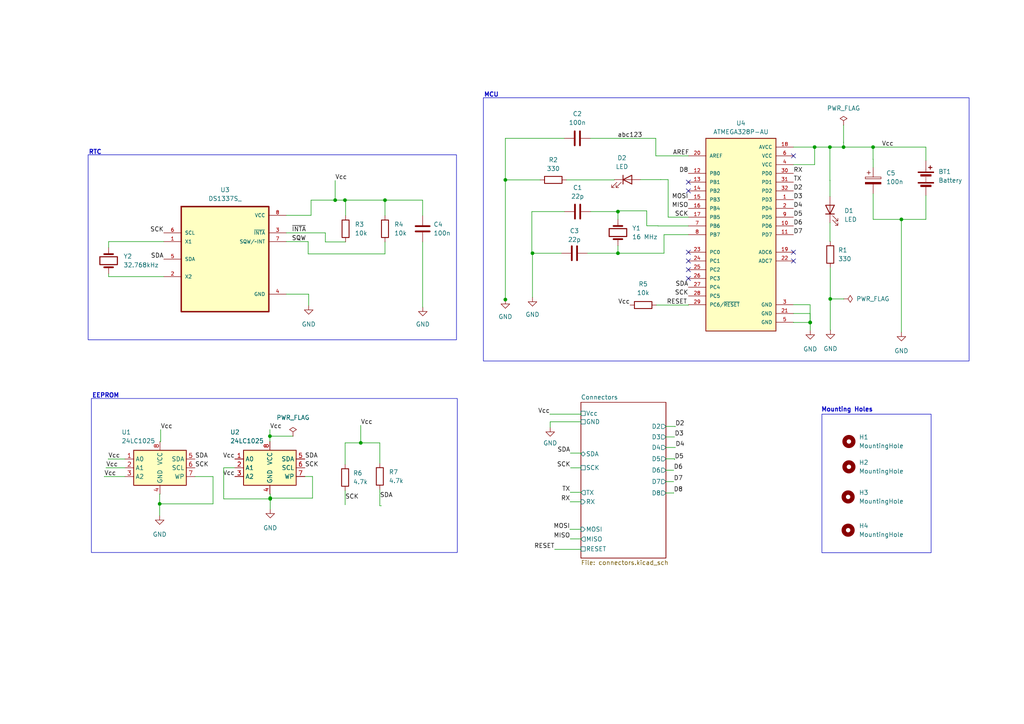
<source format=kicad_sch>
(kicad_sch (version 20230121) (generator eeschema)
  (paper "A4")
  (title_block (title "${project_name}") (date "2024-06-05") (rev "1"))
  (lib_symbols
    (symbol "ATMEGA328P-AU:ATMEGA328P-AU" (pin_names (offset 1.016))
      (property "Reference" "U4" (at 0 32.3444 0))
      (property "Value" "ATMEGA328P-AU" (at 0 29.8044 0))
      (symbol "ATMEGA328P-AU_0_0"
        (rectangle (start -10.16 -27.94) (end 10.16 27.94) (stroke (width 0.254)) (fill (type background)))
        (pin bidirectional line (at 15.24 10.16 180) (length 5.08) (name "PD3") (number "1"))
        (pin bidirectional line (at 15.24 2.54 180) (length 5.08) (name "PD6") (number "10"))
        (pin bidirectional line (at 15.24 0 180) (length 5.08) (name "PD7") (number "11"))
        (pin bidirectional line (at -15.24 17.78 0) (length 5.08) (name "PB0") (number "12"))
        (pin bidirectional line (at -15.24 15.24 0) (length 5.08) (name "PB1") (number "13"))
        (pin bidirectional line (at -15.24 12.7 0) (length 5.08) (name "PB2") (number "14"))
        (pin bidirectional line (at -15.24 10.16 0) (length 5.08) (name "PB3") (number "15"))
        (pin bidirectional line (at -15.24 7.62 0) (length 5.08) (name "PB4") (number "16"))
        (pin bidirectional line (at -15.24 5.08 0) (length 5.08) (name "PB5") (number "17"))
        (pin power_in line (at 15.24 25.4 180) (length 5.08) (name "AVCC") (number "18"))
        (pin bidirectional line (at 15.24 -5.08 180) (length 5.08) (name "ADC6") (number "19"))
        (pin bidirectional line (at 15.24 7.62 180) (length 5.08) (name "PD4") (number "2"))
        (pin power_in line (at 15.24 -22.86 180) (length 5.08) (name "GND") (number "21"))
        (pin bidirectional line (at 15.24 -7.62 180) (length 5.08) (name "ADC7") (number "22"))
        (pin bidirectional line (at -15.24 -5.08 0) (length 5.08) (name "PC0") (number "23"))
        (pin bidirectional line (at -15.24 -7.62 0) (length 5.08) (name "PC1") (number "24"))
        (pin bidirectional line (at -15.24 -10.16 0) (length 5.08) (name "PC2") (number "25"))
        (pin bidirectional line (at -15.24 -12.7 0) (length 5.08) (name "PC3") (number "26"))
        (pin bidirectional line (at -15.24 -15.24 0) (length 5.08) (name "PC4") (number "27"))
        (pin bidirectional line (at -15.24 -17.78 0) (length 5.08) (name "PC5") (number "28"))
        (pin bidirectional line (at -15.24 -20.32 0) (length 5.08) (name "PC6/~{RESET}") (number "29"))
        (pin power_in line (at 15.24 -20.32 180) (length 5.08) (name "GND") (number "3"))
        (pin bidirectional line (at 15.24 17.78 180) (length 5.08) (name "PD0") (number "30"))
        (pin bidirectional line (at 15.24 15.24 180) (length 5.08) (name "PD1") (number "31"))
        (pin bidirectional line (at 15.24 12.7 180) (length 5.08) (name "PD2") (number "32"))
        (pin power_in line (at 15.24 20.32 180) (length 5.08) (name "VCC") (number "4"))
        (pin power_in line (at 15.24 -25.4 180) (length 5.08) (name "GND") (number "5"))
        (pin power_in line (at 15.24 22.86 180) (length 5.08) (name "VCC") (number "6"))
        (pin bidirectional line (at -15.24 2.54 0) (length 5.08) (name "PB6") (number "7"))
        (pin bidirectional line (at -15.24 0 0) (length 5.08) (name "PB7") (number "8"))
        (pin bidirectional line (at 15.24 5.08 180) (length 5.08) (name "PD5") (number "9"))
      )
      (symbol "ATMEGA328P-AU_1_0"
        (pin input line (at -15.24 22.86 0) (length 5.08) (name "AREF") (number "20"))
      )
    )
    (symbol "DS1337S_:DS1337S_" (pin_names (offset 1.016))
      (property "Reference" "U" (at -12.7 16.24 0))
      (property "Value" "DS1337S_" (at -12.7 -19.24 0))
      (symbol "DS1337S__0_0"
        (rectangle (start -12.7 -15.24) (end 12.7 15.24) (stroke (width 0.41)) (fill (type background)))
        (pin input line (at -17.78 5.08 0) (length 5.08) (name "X1") (number "1"))
        (pin bidirectional line (at -17.78 -5.08 0) (length 5.08) (name "X2") (number "2"))
        (pin output line (at 17.78 7.62 180) (length 5.08) (name "~{INTA}") (number "3"))
        (pin power_in line (at 17.78 -10.16 180) (length 5.08) (name "GND") (number "4"))
        (pin bidirectional line (at -17.78 0 0) (length 5.08) (name "SDA") (number "5"))
        (pin input line (at -17.78 7.62 0) (length 5.08) (name "SCL") (number "6"))
        (pin output line (at 17.78 5.08 180) (length 5.08) (name "SQW/~INT") (number "7"))
        (pin power_in line (at 17.78 12.7 180) (length 5.08) (name "VCC") (number "8"))
      )
    )
    (symbol "Device:Battery" (pin_numbers hide) (pin_names (offset 0) hide)
      (property "Reference" "BT" (at 2.54 2.54 0))
      (property "Value" "Battery" (at 2.54 0 0))
      (symbol "Battery_0_1"
        (rectangle (start -2.286 -1.27) (end 2.286 -1.524) (fill (type outline)))
        (rectangle (start -2.286 1.778) (end 2.286 1.524) (fill (type outline)))
        (rectangle (start -1.524 -2.032) (end 1.524 -2.54) (fill (type outline)))
        (rectangle (start -1.524 1.016) (end 1.524 0.508) (fill (type outline)))
        (polyline (pts (xy 0 -1.016) (xy 0 -0.762)))
        (polyline (pts (xy 0 -0.508) (xy 0 -0.254)))
        (polyline (pts (xy 0 0) (xy 0 0.254)))
        (polyline (pts (xy 0 1.778) (xy 0 2.54)))
        (polyline (pts (xy 0.762 3.048) (xy 1.778 3.048)) (stroke (width 0.254)))
        (polyline (pts (xy 1.27 3.556) (xy 1.27 2.54)) (stroke (width 0.254)))
      )
      (symbol "Battery_1_1"
        (pin passive line (at 0 5.08 270) (length 2.54) (name "+") (number "1"))
        (pin passive line (at 0 -5.08 90) (length 2.54) (name "-") (number "2"))
      )
    )
    (symbol "Device:C" (pin_numbers hide) (pin_names (offset 0.254))
      (property "Reference" "C" (at 0.635 2.54 0))
      (property "Value" "C" (at 0.635 -2.54 0))
      (symbol "C_0_1"
        (polyline (pts (xy -2.032 -0.762) (xy 2.032 -0.762)) (stroke (width 0.508)))
        (polyline (pts (xy -2.032 0.762) (xy 2.032 0.762)) (stroke (width 0.508)))
      )
      (symbol "C_1_1"
        (pin passive line (at 0 3.81 270) (length 2.794) (name "~") (number "1"))
        (pin passive line (at 0 -3.81 90) (length 2.794) (name "~") (number "2"))
      )
    )
    (symbol "Device:C_Polarized" (pin_numbers hide) (pin_names (offset 0.254))
      (property "Reference" "C" (at 0.635 2.54 0))
      (property "Value" "C_Polarized" (at 0.635 -2.54 0))
      (symbol "C_Polarized_0_1"
        (rectangle (start -2.286 0.508) (end 2.286 1.016))
        (polyline (pts (xy -1.778 2.286) (xy -0.762 2.286)))
        (polyline (pts (xy -1.27 2.794) (xy -1.27 1.778)))
        (rectangle (start 2.286 -0.508) (end -2.286 -1.016) (fill (type outline)))
      )
      (symbol "C_Polarized_1_1"
        (pin passive line (at 0 3.81 270) (length 2.794) (name "~") (number "1"))
        (pin passive line (at 0 -3.81 90) (length 2.794) (name "~") (number "2"))
      )
    )
    (symbol "Device:Crystal" (pin_numbers hide) (pin_names (offset 1.016) hide)
      (property "Reference" "Y" (at 0 3.81 0))
      (property "Value" "Crystal" (at 0 -3.81 0))
      (symbol "Crystal_0_1"
        (rectangle (start -1.143 2.54) (end 1.143 -2.54) (stroke (width 0.3048)))
        (polyline (pts (xy -2.54 0) (xy -1.905 0)))
        (polyline (pts (xy -1.905 -1.27) (xy -1.905 1.27)) (stroke (width 0.508)))
        (polyline (pts (xy 1.905 -1.27) (xy 1.905 1.27)) (stroke (width 0.508)))
        (polyline (pts (xy 2.54 0) (xy 1.905 0)))
      )
      (symbol "Crystal_1_1"
        (pin passive line (at -3.81 0 0) (length 1.27) (name "1") (number "1"))
        (pin passive line (at 3.81 0 180) (length 1.27) (name "2") (number "2"))
      )
    )
    (symbol "Device:LED" (pin_numbers hide) (pin_names (offset 1.016) hide)
      (property "Reference" "D" (at 0 2.54 0))
      (property "Value" "LED" (at 0 -2.54 0))
      (symbol "LED_0_1"
        (polyline (pts (xy -1.27 -1.27) (xy -1.27 1.27)) (stroke (width 0.254)))
        (polyline (pts (xy -1.27 0) (xy 1.27 0)))
        (polyline (pts (xy 1.27 -1.27) (xy 1.27 1.27) (xy -1.27 0) (xy 1.27 -1.27)) (stroke (width 0.254)))
        (polyline (pts (xy -3.048 -0.762) (xy -4.572 -2.286) (xy -3.81 -2.286) (xy -4.572 -2.286) (xy -4.572 -1.524)))
        (polyline (pts (xy -1.778 -0.762) (xy -3.302 -2.286) (xy -2.54 -2.286) (xy -3.302 -2.286) (xy -3.302 -1.524)))
      )
      (symbol "LED_1_1"
        (pin passive line (at -3.81 0 0) (length 2.54) (name "K") (number "1"))
        (pin passive line (at 3.81 0 180) (length 2.54) (name "A") (number "2"))
      )
    )
    (symbol "Device:R" (pin_numbers hide) (pin_names (offset 0))
      (property "Reference" "R" (at 2.032 0 90))
      (property "Value" "R" (at 0 0 90))
      (symbol "R_0_1"
        (rectangle (start -1.016 -2.54) (end 1.016 2.54) (stroke (width 0.254)))
      )
      (symbol "R_1_1"
        (pin passive line (at 0 3.81 270) (length 1.27) (name "~") (number "1"))
        (pin passive line (at 0 -3.81 90) (length 1.27) (name "~") (number "2"))
      )
    )
    (symbol "Mechanical:MountingHole" (pin_names (offset 1.016))
      (property "Reference" "H" (at 0 5.08 0))
      (property "Value" "MountingHole" (at 0 3.175 0))
      (symbol "MountingHole_0_1"
        (circle (center 0 0) (radius 1.27) (stroke (width 1.27)))
      )
    )
    (symbol "Memory_EEPROM:24LC1025"
      (property "Reference" "U" (at -6.35 6.35 0))
      (property "Value" "24LC1025" (at 1.27 6.35 0))
      (symbol "24LC1025_1_1"
        (rectangle (start -7.62 5.08) (end 7.62 -5.08) (stroke (width 0.254)) (fill (type background)))
        (pin input line (at -10.16 2.54 0) (length 2.54) (name "A0") (number "1"))
        (pin input line (at -10.16 0 0) (length 2.54) (name "A1") (number "2"))
        (pin input line (at -10.16 -2.54 0) (length 2.54) (name "A2") (number "3"))
        (pin power_in line (at 0 -7.62 90) (length 2.54) (name "GND") (number "4"))
        (pin bidirectional line (at 10.16 2.54 180) (length 2.54) (name "SDA") (number "5"))
        (pin input line (at 10.16 0 180) (length 2.54) (name "SCL") (number "6"))
        (pin input line (at 10.16 -2.54 180) (length 2.54) (name "WP") (number "7"))
        (pin power_in line (at 0 7.62 270) (length 2.54) (name "VCC") (number "8"))
      )
    )
    (symbol "power:GND" (power) (pin_names (offset 0))
      (property "Value" "GND" (at 0 -3.81 0))
      (symbol "GND_0_1"
        (polyline (pts (xy 0 0) (xy 0 -1.27) (xy 1.27 -1.27) (xy 0 -2.54) (xy -1.27 -1.27) (xy 0 -1.27)))
      )
      (symbol "GND_1_1"
        (pin power_in line (at 0 0 270) (length 0) hide (name "GND") (number "1"))
      )
    )
    (symbol "power:PWR_FLAG" (power) (pin_numbers hide) (pin_names (offset 0) hide)
      (property "Value" "PWR_FLAG" (at 0 3.81 0))
      (symbol "PWR_FLAG_0_0"
        (pin power_out line (at 0 0 90) (length 0) (name "pwr") (number "1"))
      )
      (symbol "PWR_FLAG_0_1"
        (polyline (pts (xy 0 0) (xy 0 1.27) (xy -1.016 1.905) (xy 0 2.54) (xy 1.016 1.905) (xy 0 1.27)))
      )
    )
  )
  (junction (at 104.6347 128.4498))
  (junction (at 78.2866 126.5034))
  (junction (at 261.4417 63.6331))
  (junction (at 146.5784 52.1795))
  (junction (at 46.3073 146.1385))
  (junction (at 236.2736 42.666))
  (junction (at 78.3753 144.4798))
  (junction (at 179.2296 73.4438))
  (junction (at 244.6716 42.666))
  (junction (at 235.0023 93.5312))
  (junction (at 179.2296 61.3723))
  (junction (at 100.0523 58.0501))
  (junction (at 78.3753 144.7009))
  (junction (at 154.4415 73.4438))
  (junction (at 253.2251 42.666))
  (junction (at 234.9653 93.5312))
  (junction (at 240.8066 86.7064))
  (junction (at 146.5784 86.889))
  (junction (at 97.211 58.0501))
  (junction (at 240.7081 42.666))
  (junction (at 111.6614 58.0501))
  (no_connect (at 199.6547 52.826))
  (no_connect (at 199.6547 78.226))
  (no_connect (at 199.6547 75.686))
  (no_connect (at 199.6547 80.766))
  (no_connect (at 199.6547 55.366))
  (no_connect (at 199.6547 73.146))
  (no_connect (at 230.1347 75.686))
  (no_connect (at 230.1347 45.206))
  (no_connect (at 230.1347 73.146))
  (wire (pts (xy 165.4201 131.4211) (xy 168.4831 131.4211)))
  (wire (pts (xy 104.6347 123.3632) (xy 104.6347 128.4498)))
  (wire (pts (xy 154.4415 73.4438) (xy 162.7952 73.4438)))
  (wire (pts (xy 168.4831 142.7882) (xy 168.4831 142.8799)))
  (wire (pts (xy 31.5041 70.0771) (xy 31.5041 71.8022)))
  (wire (pts (xy 64.8846 144.7009) (xy 78.3753 144.7009)))
  (wire (pts (xy 100.2314 70.1673) (xy 94.3698 70.1673)))
  (wire (pts (xy 68.1119 135.6683) (xy 64.8846 135.6683)))
  (wire (pts (xy 236.2736 47.746) (xy 236.2736 42.666)))
  (wire (pts (xy 235.0023 95.8272) (xy 235.0023 93.5312)))
  (wire (pts (xy 168.4831 156.3023) (xy 168.4831 156.3688)))
  (wire (pts (xy 244.6677 41.3005) (xy 244.6716 41.3005)))
  (wire (pts (xy 179.2296 73.4438) (xy 192.5913 73.4438)))
  (wire (pts (xy 179.2296 61.3723) (xy 179.2296 63.6441)))
  (wire (pts (xy 146.5016 86.889) (xy 146.5784 86.889)))
  (wire (pts (xy 31.5041 80.2371) (xy 31.5041 79.4222)))
  (wire (pts (xy 78.2866 126.5034) (xy 78.2866 128.0483)))
  (wire (pts (xy 154.4415 86.2526) (xy 154.4415 73.4438)))
  (wire (pts (xy 230.1347 88.386) (xy 234.9653 88.386)))
  (wire (pts (xy 90.2231 62.4571) (xy 90.2231 58.0501)))
  (wire (pts (xy 89.3784 70.0771) (xy 83.0514 70.0771)))
  (wire (pts (xy 78.3753 144.4798) (xy 78.3753 143.2883)))
  (wire (pts (xy 199.6547 88.4827) (xy 199.6547 88.386)))
  (wire (pts (xy 97.211 52.3675) (xy 97.211 58.0501)))
  (wire (pts (xy 268.5466 42.666) (xy 253.2251 42.666)))
  (wire (pts (xy 193.7892 52.0941) (xy 191.6312 52.0941)))
  (wire (pts (xy 190.2111 40.1239) (xy 171.2592 40.1239)))
  (wire (pts (xy 97.211 58.0501) (xy 100.0523 58.0501)))
  (wire (pts (xy 168.4831 135.6876) (xy 168.4831 135.6605)))
  (wire (pts (xy 46.6027 124.6191) (xy 46.6027 128.062)))
  (wire (pts (xy 165.3774 142.7882) (xy 168.4831 142.7882)))
  (wire (pts (xy 30.2357 138.2413) (xy 30.2357 138.222)))
  (wire (pts (xy 31.3965 133.142) (xy 36.2439 133.142)))
  (wire (pts (xy 111.6614 73.6387) (xy 89.3784 73.6387)))
  (wire (pts (xy 240.7316 70.0072) (xy 240.8066 70.0072)))
  (wire (pts (xy 78.3753 144.7009) (xy 78.3753 144.4798)))
  (wire (pts (xy 30.7714 135.682) (xy 36.2439 135.682)))
  (wire (pts (xy 230.1347 90.926) (xy 235.0023 90.926)))
  (wire (pts (xy 240.8066 86.7064) (xy 240.8066 95.7318)))
  (wire (pts (xy 168.4831 145.5397) (xy 165.3774 145.5397)))
  (wire (pts (xy 168.4831 122.3396) (xy 159.5785 122.3396)))
  (wire (pts (xy 122.5834 58.0501) (xy 122.5834 62.5473)))
  (wire (pts (xy 89.3784 73.6387) (xy 89.3784 70.0771)))
  (wire (pts (xy 78.2866 124.5981) (xy 78.2866 126.5034)))
  (wire (pts (xy 165.3316 153.5191) (xy 165.3316 153.5537)))
  (wire (pts (xy 163.6392 40.1239) (xy 146.5784 40.1239)))
  (wire (pts (xy 111.6614 58.0501) (xy 122.5834 58.0501)))
  (wire (pts (xy 244.6677 36.2813) (xy 244.6677 41.3005)))
  (wire (pts (xy 187.5839 65.4898) (xy 187.5839 61.1518)))
  (wire (pts (xy 230.1347 93.5312) (xy 234.9653 93.5312)))
  (wire (pts (xy 168.4831 159.3416) (xy 168.4831 159.2186)))
  (wire (pts (xy 240.7316 56.9834) (xy 240.7316 52.3448)))
  (wire (pts (xy 100.1012 134.6855) (xy 100.1012 128.4498)))
  (wire (pts (xy 61.7884 138.222) (xy 61.7884 146.1385)))
  (wire (pts (xy 193.1485 123.6846) (xy 195.8559 123.6846)))
  (wire (pts (xy 46.3073 146.1385) (xy 46.3073 143.302)))
  (wire (pts (xy 46.6027 128.062) (xy 46.4039 128.062)))
  (wire (pts (xy 30.7714 135.6874) (xy 30.7714 135.682)))
  (wire (pts (xy 146.5784 52.1795) (xy 146.5784 86.889)))
  (wire (pts (xy 61.7884 146.1385) (xy 46.3073 146.1385)))
  (wire (pts (xy 190.8622 65.4898) (xy 190.8622 65.526)))
  (wire (pts (xy 111.6614 70.1673) (xy 111.6614 73.6387)))
  (wire (pts (xy 253.2498 46.2015) (xy 253.2251 46.2015)))
  (wire (pts (xy 159.5785 122.3396) (xy 159.5785 123.9974)))
  (wire (pts (xy 104.6347 128.4498) (xy 110.1636 128.4498)))
  (wire (pts (xy 168.4831 120.1238) (xy 168.4831 119.8918)))
  (wire (pts (xy 78.3753 147.6866) (xy 78.3753 144.7009)))
  (wire (pts (xy 159.514 120.1238) (xy 159.514 120.1547)))
  (wire (pts (xy 253.2498 56.1745) (xy 253.2498 63.6331)))
  (wire (pts (xy 165.3774 156.3023) (xy 168.4831 156.3023)))
  (wire (pts (xy 240.8066 77.6272) (xy 240.8066 86.7064)))
  (wire (pts (xy 78.2866 128.0483) (xy 78.2719 128.0483)))
  (wire (pts (xy 100.0523 58.1269) (xy 100.0523 58.0501)))
  (wire (pts (xy 100.0523 58.0501) (xy 111.6614 58.0501)))
  (wire (pts (xy 88.4319 138.2083) (xy 90.6495 138.2083)))
  (wire (pts (xy 268.5466 46.5473) (xy 268.5466 42.666)))
  (wire (pts (xy 90.6495 144.4798) (xy 78.3753 144.4798)))
  (wire (pts (xy 122.5834 89.0737) (xy 122.6289 89.0737)))
  (wire (pts (xy 240.7316 64.6034) (xy 240.7316 70.0072)))
  (wire (pts (xy 193.1485 133.0826) (xy 195.6548 133.0826)))
  (wire (pts (xy 94.3698 67.5371) (xy 83.0514 67.5371)))
  (wire (pts (xy 168.4831 131.4211) (xy 168.4831 131.6708)))
  (wire (pts (xy 193.7892 52.0941) (xy 193.7892 62.986)))
  (wire (pts (xy 244.7015 86.6881) (xy 244.7015 86.7064)))
  (wire (pts (xy 164.2876 52.1795) (xy 178.1691 52.1795)))
  (wire (pts (xy 261.4417 63.6331) (xy 268.5466 63.6331)))
  (wire (pts (xy 170.4152 73.4438) (xy 179.2296 73.4438)))
  (wire (pts (xy 234.9653 88.386) (xy 234.9653 93.5312)))
  (wire (pts (xy 230.1347 47.746) (xy 236.2736 47.746)))
  (wire (pts (xy 168.4831 153.5191) (xy 165.3316 153.5191)))
  (wire (pts (xy 156.6676 52.1795) (xy 146.5784 52.1795)))
  (wire (pts (xy 244.6716 41.3005) (xy 244.6716 42.666)))
  (wire (pts (xy 191.6312 52.1027) (xy 185.7891 52.1027)))
  (wire (pts (xy 110.1636 141.9908) (xy 110.1636 146.6954)))
  (wire (pts (xy 89.5319 85.3171) (xy 89.5319 88.6129)))
  (wire (pts (xy 187.5839 61.1518) (xy 179.2296 61.1518)))
  (wire (pts (xy 253.2498 48.5545) (xy 253.2498 46.2015)))
  (wire (pts (xy 190.8622 65.4898) (xy 187.5839 65.4898)))
  (wire (pts (xy 100.1009 146.3636) (xy 100.1012 146.3636)))
  (wire (pts (xy 165.469 135.6876) (xy 168.4831 135.6876)))
  (wire (pts (xy 236.2736 42.666) (xy 230.1347 42.666)))
  (wire (pts (xy 110.1636 146.6954) (xy 110.6059 146.6954)))
  (wire (pts (xy 244.6716 42.666) (xy 240.7081 42.666)))
  (wire (pts (xy 234.9653 93.5312) (xy 235.0023 93.5312)))
  (wire (pts (xy 253.2498 63.6331) (xy 261.4417 63.6331)))
  (wire (pts (xy 190.3528 88.4827) (xy 199.6547 88.4827)))
  (wire (pts (xy 47.4914 70.0771) (xy 31.5041 70.0771)))
  (wire (pts (xy 235.0023 90.926) (xy 235.0023 93.5312)))
  (wire (pts (xy 165.3774 145.5397) (xy 165.3774 145.5368)))
  (wire (pts (xy 154.2572 73.4438) (xy 154.4415 73.4438)))
  (wire (pts (xy 230.1347 93.5312) (xy 230.1347 93.466)))
  (wire (pts (xy 56.5639 138.222) (xy 61.7884 138.222)))
  (wire (pts (xy 30.2357 138.222) (xy 36.2439 138.222)))
  (wire (pts (xy 146.5784 40.1239) (xy 146.5784 52.1795)))
  (wire (pts (xy 193.1485 136.3846) (xy 195.3985 136.3846)))
  (wire (pts (xy 47.4914 80.2371) (xy 31.5041 80.2371)))
  (wire (pts (xy 193.1485 129.7806) (xy 195.9065 129.7806)))
  (wire (pts (xy 193.1485 139.6866) (xy 195.3985 139.6866)))
  (wire (pts (xy 240.8066 95.7318) (xy 240.8617 95.7318)))
  (wire (pts (xy 111.6614 62.5473) (xy 111.6614 58.0501)))
  (wire (pts (xy 191.6312 52.0941) (xy 191.6312 52.1027)))
  (wire (pts (xy 83.0514 85.3171) (xy 89.5319 85.3171)))
  (wire (pts (xy 199.6547 62.986) (xy 193.7892 62.986)))
  (wire (pts (xy 31.3965 133.1157) (xy 31.3965 133.142)))
  (wire (pts (xy 178.1691 52.1795) (xy 178.1691 52.1027)))
  (wire (pts (xy 160.8658 159.3416) (xy 168.4831 159.3416)))
  (wire (pts (xy 83.0514 62.4571) (xy 90.2231 62.4571)))
  (wire (pts (xy 46.3073 143.302) (xy 46.4039 143.302)))
  (wire (pts (xy 64.8846 135.6683) (xy 64.8846 144.7009)))
  (wire (pts (xy 240.7081 52.3448) (xy 240.7081 42.666)))
  (wire (pts (xy 195.8559 123.6846) (xy 195.8559 123.7782)))
  (wire (pts (xy 240.7316 52.3448) (xy 240.7081 52.3448)))
  (wire (pts (xy 268.5466 63.6331) (xy 268.5466 56.7073)))
  (wire (pts (xy 100.1012 128.4498) (xy 104.6347 128.4498)))
  (wire (pts (xy 195.6548 133.0826) (xy 195.6548 133.3366)))
  (wire (pts (xy 154.2572 61.3723) (xy 154.2572 73.4438)))
  (wire (pts (xy 192.5913 68.066) (xy 199.6547 68.066)))
  (wire (pts (xy 90.6495 138.2083) (xy 90.6495 144.4798)))
  (wire (pts (xy 84.9845 126.5034) (xy 78.2866 126.5034)))
  (wire (pts (xy 253.2251 46.2015) (xy 253.2251 42.666)))
  (wire (pts (xy 171.3367 61.3723) (xy 179.2296 61.3723)))
  (wire (pts (xy 179.2296 71.2641) (xy 179.2296 73.4438)))
  (wire (pts (xy 195.4008 142.9886) (xy 193.1485 142.9886)))
  (wire (pts (xy 94.3698 70.1673) (xy 94.3698 67.5371)))
  (wire (pts (xy 261.4417 63.6331) (xy 261.4417 96.3461)))
  (wire (pts (xy 90.2231 58.0501) (xy 97.211 58.0501)))
  (wire (pts (xy 46.3073 149.5664) (xy 46.3073 146.1385)))
  (wire (pts (xy 199.6547 45.206) (xy 190.2111 45.206)))
  (wire (pts (xy 100.2314 62.5473) (xy 100.2314 58.1269)))
  (wire (pts (xy 159.514 120.1238) (xy 168.4831 120.1238)))
  (wire (pts (xy 78.3753 143.2883) (xy 78.2719 143.2883)))
  (wire (pts (xy 193.1485 126.7326) (xy 195.6525 126.7326)))
  (wire (pts (xy 240.7081 42.666) (xy 236.2736 42.666)))
  (wire (pts (xy 100.2314 58.1269) (xy 100.0523 58.1269)))
  (wire (pts (xy 100.1012 142.3055) (xy 100.1012 146.3636)))
  (wire (pts (xy 190.2111 45.206) (xy 190.2111 40.1239)))
  (wire (pts (xy 163.7167 61.3723) (xy 154.2572 61.3723)))
  (wire (pts (xy 192.5913 73.4438) (xy 192.5913 68.066)))
  (wire (pts (xy 190.8622 65.526) (xy 199.6547 65.526)))
  (wire (pts (xy 253.2251 42.666) (xy 244.6716 42.666)))
  (wire (pts (xy 122.5834 70.1673) (xy 122.5834 89.0737)))
  (wire (pts (xy 195.4008 142.9266) (xy 195.4008 142.9886)))
  (wire (pts (xy 244.7015 86.7064) (xy 240.8066 86.7064)))
  (wire (pts (xy 110.1636 128.4498) (xy 110.1636 134.3708)))
  (wire (pts (xy 179.2296 61.1518) (xy 179.2296 61.3723)))
  (rectangle (start 25.561 44.9016) (end 132.401 98.5579))
  (rectangle (start 26.5065 115.5767) (end 132.6374 160.251))
  (rectangle (start 238.3881 120.1294) (end 270.0619 160.3126))
  (rectangle (start 140.2013 28.3555) (end 281.0788 104.7036))
  (text "MCU\n" (at 140.3227 28.3334 0) (effects (font (size 1.27 1.27) bold) (justify left bottom)))
  (text "RTC" (at 25.6922 44.9897 0) (effects (font (size 1.27 1.27) bold) (justify left bottom)))
  (text "EEPROM\n" (at 26.6714 115.5932 0) (effects (font (size 1.27 1.27) (thickness 0.254) bold) (justify left bottom)))
  (text "Mounting Holes\n" (at 238.1517 119.6567 0) (effects (font (size 1.27 1.27) bold) (justify left bottom)))
  (label "D4" (at 195.9065 129.7806 0))
  (label "MOSI" (at 165.3316 153.5537 180))
  (label "SDA" (at 199.6547 83.306 180))
  (label "Vcc" (at 46.6027 124.6191 0))
  (label "SDA" (at 110.1636 144.5944 0))
  (label "RX" (at 165.3774 145.5368 180))
  (label "D5" (at 230.1347 62.986 0))
  (label "D2" (at 195.8559 123.7782 0))
  (label "Vcc" (at 78.2866 124.5981 0))
  (label "SDA" (at 56.5639 133.142 0))
  (label "D3" (at 230.1347 57.906 0))
  (label "SDA" (at 47.4914 75.1571 180))
  (label "RX" (at 230.1347 50.286 0))
  (label "Vcc" (at 255.752 42.666 0))
  (label "SCK" (at 100.1012 145.0367 0))
  (label "MISO" (at 165.3774 156.3023 180))
  (label "D6" (at 195.3985 136.3846 0))
  (label "Vcc" (at 97.211 52.3675 0))
  (label "TX" (at 230.1347 52.826 0))
  (label "Vcc" (at 30.7714 135.6874 0))
  (label "RESET" (at 193.3574 88.4827 0))
  (label "Vcc" (at 68.1119 138.2083 180))
  (label "D2" (at 230.1347 55.366 0))
  (label "SDA" (at 165.4201 131.4211 180))
  (label "D6" (at 230.1347 65.526 0))
  (label "SCK" (at 199.6547 85.846 180))
  (label "D7" (at 195.3985 139.6866 0))
  (label "MOSI" (at 199.6547 57.906 180))
  (label "D7" (at 230.1347 68.066 0))
  (label "Vcc" (at 31.3965 133.1157 0))
  (label "SDA" (at 88.4319 133.1283 0))
  (label "SCK" (at 56.5639 135.682 0))
  (label "Vcc" (at 104.6347 123.3632 0))
  (label "SCK" (at 47.4914 67.5371 180))
  (label "Vcc" (at 30.2357 138.2413 0))
  (label "SQW" (at 84.6086 70.0771 0))
  (label "~{INTA}" (at 84.6086 67.5371 0))
  (label "Vcc" (at 182.7328 88.4827 180))
  (label "RESET" (at 160.8658 159.3416 180))
  (label "D3" (at 195.6525 126.7326 0))
  (label "SCK" (at 88.4319 135.6683 0))
  (label "MISO" (at 199.6547 60.446 180))
  (label "AREF" (at 195.1353 45.206 0))
  (label "D8" (at 199.6547 50.286 180))
  (label "Vcc" (at 159.514 120.1547 180))
  (label "abc123" (at 179.119 40.1239 0))
  (label "D4" (at 230.1347 60.446 0))
  (label "SCK" (at 199.6547 62.986 180))
  (label "Vcc" (at 68.1119 133.1283 180))
  (label "TX" (at 165.3774 142.7882 180))
  (label "D5" (at 195.6548 133.3366 0))
  (label "D8" (at 195.4008 142.9266 0))
  (label "SCK" (at 165.469 135.6876 180))
  (symbol (lib_id "power:GND") (at 78.3753 147.6866 0) (unit 1)
    (property "Reference" "#PWR04" (effects hide))
    (property "Value" "GND" (at 78.3753 153.117 0))
  )
  (symbol (lib_id "Mechanical:MountingHole") (at 245.9928 153.7779 0) (unit 1)
    (property "Reference" "H4" (at 249.136 152.5079 0) (effects (justify left)))
    (property "Value" "MountingHole" (at 249.136 155.0479 0) (effects (justify left)))
    (property "Footprint" "MountingHole:MountingHole_2.1mm" (effects hide))
  )
  (symbol (lib_id "Device:R") (at 110.1636 138.1808 0) (unit 1)
    (property "Reference" "R7" (at 112.7832 136.9108 0) (effects (justify left)))
    (property "Value" "4.7k" (at 112.7832 139.4508 0) (effects (justify left)))
    (property "Footprint" "Resistor_SMD:R_0805_2012Metric" (effects hide))
  )
  (symbol (lib_id "Device:R") (at 100.2314 66.3573 0) (unit 1)
    (property "Reference" "R3" (at 102.904 65.0873 0) (effects (justify left)))
    (property "Value" "10k" (at 102.904 67.6273 0) (effects (justify left)))
    (property "Footprint" "Resistor_SMD:R_0805_2012Metric" (effects hide))
  )
  (symbol (lib_id "Device:C") (at 167.5267 61.3723 90) (unit 1)
    (property "Reference" "C1" (at 167.5267 54.4234 90))
    (property "Value" "22p" (at 167.5267 56.9634 90))
    (property "Footprint" "Capacitor_SMD:C_0805_2012Metric" (effects hide))
  )
  (symbol (lib_id "Device:C_Polarized") (at 253.2498 52.3645 0) (unit 1)
    (property "Reference" "C5" (at 257.0289 50.2055 0) (effects (justify left)))
    (property "Value" "100n" (at 257.0289 52.7455 0) (effects (justify left)))
    (property "Footprint" "Capacitor_SMD:C_0805_2012Metric" (effects hide))
  )
  (symbol (lib_id "power:PWR_FLAG") (at 84.9845 126.5034 0) (unit 1)
    (property "Reference" "#FLG03" (effects hide))
    (property "Value" "PWR_FLAG" (at 84.9845 121.1131 0))
  )
  (symbol (lib_id "power:GND") (at 261.4417 96.3461 0) (unit 1)
    (property "Reference" "#PWR07" (effects hide))
    (property "Value" "GND" (at 261.4417 101.7681 0))
  )
  (symbol (lib_id "power:GND") (at 159.5785 123.9974 0) (unit 1)
    (property "Reference" "#PWR010" (effects hide))
    (property "Value" "GND" (at 159.5785 128.5106 0))
  )
  (symbol (lib_id "Device:R") (at 240.8066 73.8172 0) (unit 1)
    (property "Reference" "R1" (at 243.0926 72.5472 0) (effects (justify left)))
    (property "Value" "330" (at 243.0926 75.0872 0) (effects (justify left)))
    (property "Footprint" "Resistor_SMD:R_0805_2012Metric" (effects hide))
  )
  (symbol (lib_id "Device:R") (at 160.4776 52.1795 90) (unit 1)
    (property "Reference" "R2" (at 160.4776 46.3765 90))
    (property "Value" "330" (at 160.4776 48.9165 90))
    (property "Footprint" "Resistor_SMD:R_0805_2012Metric" (effects hide))
  )
  (symbol (lib_id "Memory_EEPROM:24LC1025") (at 78.2719 135.6683 0) (unit 1)
    (property "Reference" "U2" (at 66.7645 125.3529 0) (effects (justify left)))
    (property "Value" "24LC1025" (at 66.7645 127.8929 0) (effects (justify left)))
    (property "Footprint" "Package_SO:SOIC-8_5.23x5.23mm_P1.27mm" (effects hide))
    (property "Datasheet" "http://ww1.microchip.com/downloads/en/DeviceDoc/21941B.pdf" (effects hide))
  )
  (symbol (lib_id "Device:R") (at 111.6614 66.3573 0) (unit 1)
    (property "Reference" "R4" (at 114.334 65.0873 0) (effects (justify left)))
    (property "Value" "10k" (at 114.334 67.6273 0) (effects (justify left)))
    (property "Footprint" "Resistor_SMD:R_0805_2012Metric" (effects hide))
  )
  (symbol (lib_id "Device:C") (at 166.6052 73.4438 90) (unit 1)
    (property "Reference" "C3" (at 166.6052 66.9592 90))
    (property "Value" "22p" (at 166.6052 69.4992 90))
    (property "Footprint" "Capacitor_SMD:C_0805_2012Metric" (effects hide))
  )
  (symbol (lib_id "Memory_EEPROM:24LC1025") (at 46.4039 135.682 0) (unit 1)
    (property "Reference" "U1" (at 35.2494 125.3529 0) (effects (justify left)))
    (property "Value" "24LC1025" (at 35.2494 127.8929 0) (effects (justify left)))
    (property "Footprint" "Package_SO:SOIC-8_5.23x5.23mm_P1.27mm" (effects hide))
    (property "Datasheet" "http://ww1.microchip.com/downloads/en/DeviceDoc/21941B.pdf" (effects hide))
  )
  (symbol (lib_id "power:GND") (at 46.3073 149.5664 0) (unit 1)
    (property "Reference" "#PWR03" (effects hide))
    (property "Value" "GND" (at 46.3073 154.9968 0))
  )
  (symbol (lib_id "Device:C") (at 122.5834 66.3573 180) (unit 1)
    (property "Reference" "C4" (at 125.73 65.0873 0) (effects (justify right)))
    (property "Value" "100n" (at 125.73 67.6273 0) (effects (justify right)))
    (property "Footprint" "Capacitor_SMD:C_0805_2012Metric" (effects hide))
  )
  (symbol (lib_id "Device:Battery") (at 268.5466 51.6273 0) (unit 1)
    (property "Reference" "BT1" (at 272.179 49.7858 0) (effects (justify left)))
    (property "Value" "Battery" (at 272.179 52.3258 0) (effects (justify left)))
    (property "Footprint" "Connector_PinHeader_2.54mm:PinHeader_1x02_P2.54mm_Vertical" (effects hide))
  )
  (symbol (lib_id "power:GND") (at 146.5784 86.889 0) (unit 1)
    (property "Reference" "#PWR09" (effects hide))
    (property "Value" "GND" (at 146.5784 91.8586 0))
  )
  (symbol (lib_id "power:PWR_FLAG") (at 244.7015 86.6881 270) (unit 1)
    (property "Reference" "#FLG02" (effects hide))
    (property "Value" "PWR_FLAG" (at 248.3484 86.6881 90) (effects (justify left)))
  )
  (symbol (lib_id "Device:R") (at 186.5428 88.4827 90) (unit 1)
    (property "Reference" "R5" (at 186.5428 82.3867 90))
    (property "Value" "10k" (at 186.5428 84.9267 90))
    (property "Footprint" "Resistor_SMD:R_0805_2012Metric" (effects hide))
  )
  (symbol (lib_id "power:GND") (at 240.8617 95.7318 0) (unit 1)
    (property "Reference" "#PWR06" (effects hide))
    (property "Value" "GND" (at 240.8617 101.1538 0))
  )
  (symbol (lib_id "Device:C") (at 167.4492 40.1239 90) (unit 1)
    (property "Reference" "C2" (at 167.4492 33.02 90))
    (property "Value" "100n" (at 167.4492 35.56 90))
    (property "Footprint" "Capacitor_SMD:C_0805_2012Metric" (effects hide))
  )
  (symbol (lib_id "Device:R") (at 100.1012 138.4955 0) (unit 1)
    (property "Reference" "R6" (at 102.4087 137.2255 0) (effects (justify left)))
    (property "Value" "4.7k" (at 102.4087 139.7655 0) (effects (justify left)))
    (property "Footprint" "Resistor_SMD:R_0805_2012Metric" (effects hide))
  )
  (symbol (lib_id "Device:LED") (at 181.9791 52.1027 0) (unit 1)
    (property "Reference" "D2" (at 180.3916 45.8022 0))
    (property "Value" "LED" (at 180.3916 48.3422 0))
    (property "Footprint" "LED_SMD:LED_0805_2012Metric" (effects hide))
  )
  (symbol (lib_id "Mechanical:MountingHole") (at 245.9928 144.1321 0) (unit 1)
    (property "Reference" "H3" (at 249.136 142.8621 0) (effects (justify left)))
    (property "Value" "MountingHole" (at 249.136 145.4021 0) (effects (justify left)))
    (property "Footprint" "MountingHole:MountingHole_2.1mm" (effects hide))
  )
  (symbol (lib_id "DS1337S_:DS1337S_") (at 65.2714 75.1571 0) (unit 1)
    (property "Reference" "U3" (at 65.2714 55.0651 0))
    (property "Value" "DS1337S_" (at 65.2714 57.6051 0))
    (property "Footprint" "footprints:SOIC127P600X175-8N" (effects hide))
    (property "Datasheet" "https://pdf1.alldatasheet.com/datasheet-pdf/view/226602/MAXIM/DS1337S.html" (effects hide))
    (property "MF" "Analog Devices" (effects hide))
    (property "Description" "\nReal Time Clock (RTC) IC Clock/Calendar - I²C, 2-Wire Serial 8-SOIC (0.154, 3.90mm Width)\n" (effects hide))
    (property "Package" "SOIC-8 Maxim" (effects hide))
    (property "Price" "None" (effects hide))
    (property "SnapEDA_Link" "https://www.snapeda.com/parts/DS1337S/Analog+Devices/view-part/?ref=snap" (effects hide))
    (property "MP" "DS1337S" (effects hide))
    (property "Purchase-URL" "https://www.snapeda.com/api/url_track_click_mouser/?unipart_id=2748190&manufacturer=Analog Devices&part_name=DS1337S&search_term=ds1337s" (effects hide))
    (property "Availability" "In Stock" (effects hide))
    (property "Check_prices" "https://www.snapeda.com/parts/DS1337S/Analog+Devices/view-part/?ref=eda" (effects hide))
  )
  (symbol (lib_id "power:GND") (at 154.4415 86.2526 0) (unit 1)
    (property "Reference" "#PWR08" (effects hide))
    (property "Value" "GND" (at 154.4415 91.2222 0))
  )
  (symbol (lib_id "Mechanical:MountingHole") (at 246.2225 135.405 0) (unit 1)
    (property "Reference" "H2" (at 249.136 134.135 0) (effects (justify left)))
    (property "Value" "MountingHole" (at 249.136 136.675 0) (effects (justify left)))
    (property "Footprint" "MountingHole:MountingHole_2.1mm" (effects hide))
  )
  (symbol (lib_id "power:PWR_FLAG") (at 244.6677 36.2813 0) (unit 1)
    (property "Reference" "#FLG01" (effects hide))
    (property "Value" "PWR_FLAG" (at 244.6677 31.3992 0))
  )
  (symbol (lib_id "Device:Crystal") (at 31.5041 75.6122 90) (unit 1)
    (property "Reference" "Y2" (at 35.7923 74.3422 90) (effects (justify right)))
    (property "Value" "32.768kHz" (at 35.7923 76.8822 90) (effects (justify right)))
    (property "Footprint" "Crystal:Crystal_SMD_5032-2Pin_5.0x3.2mm_HandSoldering" (effects hide))
  )
  (symbol (lib_id "power:GND") (at 89.5319 88.6129 0) (unit 1)
    (property "Reference" "#PWR01" (effects hide))
    (property "Value" "GND" (at 89.5319 94.0433 0))
  )
  (symbol (lib_id "Device:Crystal") (at 179.2296 67.4541 90) (unit 1)
    (property "Reference" "Y1" (at 183.3172 66.1841 90) (effects (justify right)))
    (property "Value" "16 MHz" (at 183.3172 68.7241 90) (effects (justify right)))
    (property "Footprint" "Crystal:Crystal_SMD_5032-2Pin_5.0x3.2mm_HandSoldering" (effects hide))
  )
  (symbol (lib_id "ATMEGA328P-AU:ATMEGA328P-AU") (at 214.8947 68.066 0) (unit 1)
    (property "Reference" "U4" (at 214.8947 35.7216 0))
    (property "Value" "ATMEGA328P-AU" (at 214.8947 38.2616 0))
    (property "Footprint" "footprints:QFP80P900X900X120-32N" (effects hide))
    (property "Datasheet" "https://pdf1.alldatasheet.com/datasheet-pdf/view/520568/ATMEL/ATMEGA328P-20AU.html" (effects hide))
    (property "MF" "Microchip" (effects hide))
    (property "MAXIMUM_PACKAGE_HEIGHT" "1.20mm" (effects hide))
    (property "Package" "TQFP-32 Microchip" (effects hide))
    (property "Price" "None" (effects hide))
    (property "Check_prices" "https://www.snapeda.com/parts/ATMEGA328P-AU/Microchip/view-part/?ref=eda" (effects hide))
    (property "STANDARD" "IPC-7351B" (effects hide))
    (property "PARTREV" "8271A" (effects hide))
    (property "SnapEDA_Link" "https://www.snapeda.com/parts/ATMEGA328P-AU/Microchip/view-part/?ref=snap" (effects hide))
    (property "MP" "ATMEGA328P-AU" (effects hide))
    (property "Purchase-URL" "https://www.snapeda.com/api/url_track_click_mouser/?unipart_id=44280&manufacturer=Microchip&part_name=ATMEGA328P-AU&search_term=None" (effects hide))
    (property "Description" "\nAVR AVR® ATmega Microcontroller IC 8-Bit 20MHz 32KB (16K x 16) FLASH 32-TQFP (7x7)\n" (effects hide))
    (property "Availability" "In Stock" (effects hide))
    (property "MANUFACTURER" "Microchip" (effects hide))
  )
  (symbol (lib_id "Mechanical:MountingHole") (at 246.2225 128.0559 0) (unit 1)
    (property "Reference" "H1" (at 249.136 126.7859 0) (effects (justify left)))
    (property "Value" "MountingHole" (at 249.136 129.3259 0) (effects (justify left)))
    (property "Footprint" "MountingHole:MountingHole_2.1mm" (effects hide))
  )
  (symbol (lib_id "power:GND") (at 122.6289 89.0737 0) (unit 1)
    (property "Reference" "#PWR02" (effects hide))
    (property "Value" "GND" (at 122.6289 94.0433 0))
  )
  (symbol (lib_id "power:GND") (at 235.0023 95.8272 0) (unit 1)
    (property "Reference" "#PWR05" (effects hide))
    (property "Value" "GND" (at 235.0023 101.2492 0))
  )
  (symbol (lib_id "Device:LED") (at 240.7316 60.7934 90) (unit 1)
    (property "Reference" "D1" (at 244.87 61.1109 90) (effects (justify right)))
    (property "Value" "LED" (at 244.87 63.6509 90) (effects (justify right)))
    (property "Footprint" "LED_SMD:LED_0805_2012Metric" (effects hide))
  )
  (sheet (at 168.4831 116.6708) (size 24.6654 45.1966) (stroke (width 0.1524))
    (property "Sheetname" "Connectors" (at 168.4831 115.9592 0) (effects (justify left bottom)))
    (property "Sheetfile" "connectors.kicad_sch" (at 168.4831 162.452 0) (effects (justify left top)))
    (pin "GND" passive (at 168.4831 122.3396 180))
    (pin "TX" output (at 168.4831 142.8799 180))
    (pin "Vcc" passive (at 168.4831 119.8918 180))
    (pin "RX" input (at 168.4831 145.5397 180))
    (pin "D6" output (at 193.1485 136.3846 0))
    (pin "D7" output (at 193.1485 139.6866 0))
    (pin "D8" output (at 193.1485 142.9886 0))
    (pin "SDA" bidirectional (at 168.4831 131.6708 180))
    (pin "SCK" passive (at 168.4831 135.6605 180))
    (pin "D5" output (at 193.1485 133.0826 0))
    (pin "D2" output (at 193.1485 123.6846 0))
    (pin "D3" output (at 193.1485 126.7326 0))
    (pin "D4" output (at 193.1485 129.7806 0))
    (pin "MISO" output (at 168.4831 156.3688 180))
    (pin "MOSI" input (at 168.4831 153.5191 180))
    (pin "RESET" passive (at 168.4831 159.2186 180))
  )
)
</source>
